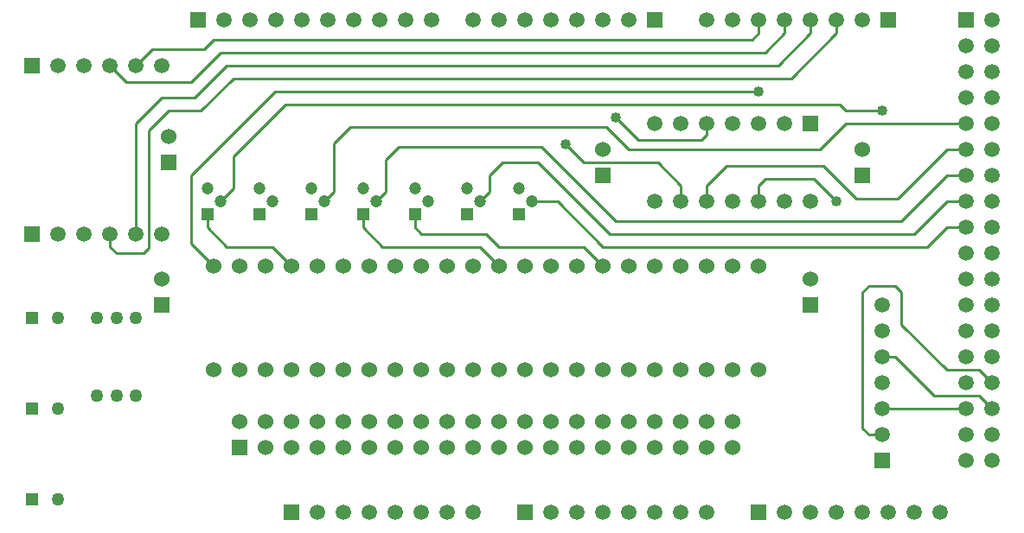
<source format=gbl>
G04 DipTrace 4.3.0.2*
G04 4 - Bottom.gbr*
%MOIN*%
G04 #@! TF.FileFunction,Copper,L4,Bot*
G04 #@! TF.Part,Single*
G04 #@! TA.AperFunction,Conductor*
%ADD10C,0.01*%
G04 #@! TA.AperFunction,ComponentPad*
%ADD17C,0.06*%
%ADD18R,0.06X0.06*%
%ADD19C,0.05*%
%ADD20R,0.05X0.05*%
%ADD21R,0.059055X0.059055*%
%ADD23C,0.059055*%
%ADD24R,0.047244X0.047244*%
%ADD26C,0.047244*%
%ADD27C,0.06*%
%ADD28C,0.05*%
G04 #@! TA.AperFunction,ViaPad*
%ADD29C,0.04*%
%FSLAX26Y26*%
G04*
G70*
G90*
G75*
G01*
G04 Bottom*
%LPD*%
X3700000Y1600000D2*
D10*
X3237500D1*
X3137500Y1500000D1*
X2400000D1*
X2312500Y1587500D1*
X1325000D1*
X1262500Y1525000D1*
Y1337500D1*
X1225000Y1300000D1*
X3375000Y1650000D2*
X3237500D1*
X3212500Y1675000D1*
X1075000D1*
X875000Y1475000D1*
Y1350000D1*
X825000Y1300000D1*
X3700000Y1500000D2*
X3625000D1*
X3437500Y1312500D1*
X3275000D1*
X3150000Y1437500D1*
X2775000D1*
X2700000Y1362500D1*
Y1300000D1*
X3700000Y1400000D2*
X3625000D1*
X3450000Y1225000D1*
X2350000D1*
X2062500Y1512500D1*
X1512500D1*
X1462500Y1462500D1*
Y1337500D1*
X1425000Y1300000D1*
X3700000D2*
X3625000D1*
X3500000Y1175000D1*
X2325000D1*
X2050000Y1450000D1*
X1912500D1*
X1862500Y1400000D1*
Y1337500D1*
X1825000Y1300000D1*
X3700000Y1200000D2*
X3625000D1*
X3550000Y1125000D1*
X2300000D1*
X2125000Y1300000D1*
X2025000D1*
X3200000D2*
X3112500Y1387500D1*
X2925000D1*
X2900000Y1362500D1*
Y1300000D1*
X3375000Y400000D2*
X3325000D1*
X3300000Y425000D1*
Y950000D1*
X3325000Y975000D1*
X3425000D1*
X3450000Y950000D1*
Y825000D1*
X3625000Y650000D1*
X3750000D1*
X3800000Y600000D1*
X3375000Y500000D2*
X3700000D1*
X3375000Y700000D2*
X3425000D1*
X3575000Y550000D1*
X3750000D1*
X3800000Y500000D1*
X400000Y1175000D2*
Y1125000D1*
X425000Y1100000D1*
X528787D1*
X550000Y1121213D1*
Y1575000D1*
X625000Y1650000D1*
X750000D1*
X875000Y1775000D1*
X3025000D1*
X3200000Y1950000D1*
Y2000000D1*
X400000Y1825000D2*
X462500Y1762500D1*
X712500D1*
X825000Y1875000D1*
X2925000D1*
X3000000Y1950000D1*
Y2000000D1*
X1900000Y1050000D2*
X1825000Y1125000D1*
X1450000D1*
X1375000Y1200000D1*
Y1250000D1*
X2600000Y1300000D2*
Y1362500D1*
X2512500Y1450000D1*
X2225000D1*
X2155083Y1519917D1*
X775000Y1250000D2*
Y1200000D1*
X850000Y1125000D1*
X1025000D1*
X1100000Y1050000D1*
X2350000Y1625000D2*
X2437500Y1537500D1*
X2678787D1*
X2700000Y1558713D1*
Y1600000D1*
X800000Y1050000D2*
X712500Y1137500D1*
Y1400000D1*
X1037500Y1725000D1*
X2900000D1*
X1575000Y1250000D2*
Y1200000D1*
X1600000Y1175000D1*
X1850000D1*
X1900000Y1125000D1*
X2225000D1*
X2300000Y1050000D1*
X500000Y1175000D2*
Y1600000D1*
X600000Y1700000D1*
X725000D1*
X850000Y1825000D1*
X2975000D1*
X3100000Y1950000D1*
Y2000000D1*
X500000Y1825000D2*
X562500Y1887500D1*
X762500D1*
X800000Y1925000D1*
X2875000D1*
X2900000Y1950000D1*
Y2000000D1*
D29*
X3375000Y1650000D3*
X3200000Y1300000D3*
X2155083Y1519917D3*
X2350000Y1625000D3*
X2900000Y1725000D3*
D17*
X3300000Y1500000D3*
D18*
Y1400000D3*
D17*
X2300000Y1500000D3*
D18*
Y1400000D3*
D17*
X625000Y1550000D3*
D18*
Y1450000D3*
X600000Y900000D3*
D17*
Y1000000D3*
D18*
X3100000Y900000D3*
D17*
Y1000000D3*
D19*
X200000Y150000D3*
D20*
X100000D3*
D19*
X200000Y500000D3*
D20*
X100000D3*
D19*
X200000Y850000D3*
D20*
X100000D3*
D17*
X2800000Y350000D3*
X2700000D3*
X2600000D3*
X2500000D3*
X2400000D3*
X2300000D3*
X2200000D3*
X2100000D3*
X2000000D3*
X1900000D3*
X1800000D3*
X1700000D3*
X1600000D3*
X1500000D3*
X1400000D3*
X1300000D3*
X1200000D3*
X1100000D3*
X1000000D3*
D18*
X900000D3*
D17*
Y450000D3*
X1000000D3*
X1100000D3*
X1200000D3*
X1300000D3*
X1400000D3*
X1500000D3*
X1600000D3*
X1700000D3*
X1800000D3*
X1900000D3*
X2000000D3*
X2100000D3*
X2200000D3*
X2300000D3*
X2400000D3*
X2500000D3*
X2600000D3*
X2700000D3*
X2800000D3*
D21*
X2000000Y100000D3*
D23*
X2100000D3*
X2200000D3*
X2300000D3*
X2400000D3*
X2500000D3*
X2600000D3*
X2700000D3*
D21*
X1100000D3*
D23*
X1200000D3*
X1300000D3*
X1400000D3*
X1500000D3*
X1600000D3*
X1700000D3*
X1800000D3*
D21*
X2500000Y2000000D3*
D23*
X2400000D3*
X2300000D3*
X2200000D3*
X2100000D3*
X2000000D3*
X1900000D3*
X1800000D3*
D21*
X740000D3*
D23*
X840000D3*
X940000D3*
X1040000D3*
X1140000D3*
X1240000D3*
X1340000D3*
X1440000D3*
X1540000D3*
X1640000D3*
D21*
X2900000Y100000D3*
D23*
X3000000D3*
X3100000D3*
X3200000D3*
X3300000D3*
X3400000D3*
X3500000D3*
X3600000D3*
D21*
X3400000Y2000000D3*
D23*
X3300000D3*
X3200000D3*
X3100000D3*
X3000000D3*
X2900000D3*
X2800000D3*
X2700000D3*
D21*
X3700000D3*
D23*
X3800000D3*
X3700000Y1900000D3*
X3800000D3*
X3700000Y1800000D3*
X3800000D3*
X3700000Y1700000D3*
X3800000D3*
X3700000Y1600000D3*
X3800000D3*
X3700000Y1500000D3*
X3800000D3*
X3700000Y1400000D3*
X3800000D3*
X3700000Y1300000D3*
X3800000D3*
X3700000Y1200000D3*
X3800000D3*
X3700000Y1100000D3*
X3800000D3*
X3700000Y1000000D3*
X3800000D3*
X3700000Y900000D3*
X3800000D3*
X3700000Y800000D3*
X3800000D3*
X3700000Y700000D3*
X3800000D3*
X3700000Y600000D3*
X3800000D3*
X3700000Y500000D3*
X3800000D3*
X3700000Y400000D3*
X3800000D3*
X3700000Y300000D3*
X3800000D3*
D21*
X100000Y1175000D3*
D23*
X200000D3*
X300000D3*
X400000D3*
X500000D3*
X600000D3*
D21*
X100000Y1825000D3*
D23*
X200000D3*
X300000D3*
X400000D3*
X500000D3*
X600000D3*
D21*
X3375000Y300000D3*
D23*
Y400000D3*
Y500000D3*
Y600000D3*
Y700000D3*
Y800000D3*
Y900000D3*
D24*
X1775000Y1250000D3*
D26*
X1825000Y1300000D3*
X1775000Y1350000D3*
D24*
X1975000Y1250000D3*
D26*
X2025000Y1300000D3*
X1975000Y1350000D3*
D24*
X1575000Y1250000D3*
D26*
X1625000Y1300000D3*
X1575000Y1350000D3*
D24*
X1175000Y1250000D3*
D26*
X1225000Y1300000D3*
X1175000Y1350000D3*
D24*
X1375000Y1250000D3*
D26*
X1425000Y1300000D3*
X1375000Y1350000D3*
D24*
X975000Y1250000D3*
D26*
X1025000Y1300000D3*
X975000Y1350000D3*
D24*
X775000Y1250000D3*
D26*
X825000Y1300000D3*
X775000Y1350000D3*
D17*
X2900000Y1050000D3*
D27*
Y650000D3*
D17*
X2800000Y1050000D3*
D27*
Y650000D3*
D17*
X2600000Y1050000D3*
D27*
Y650000D3*
D17*
X2700000Y1050000D3*
D27*
Y650000D3*
D17*
X2500000Y1050000D3*
D27*
Y650000D3*
D17*
X2400000Y1050000D3*
D27*
Y650000D3*
D17*
X2200000Y1050000D3*
D27*
Y650000D3*
D17*
X2300000Y1050000D3*
D27*
Y650000D3*
D17*
X2100000Y1050000D3*
D27*
Y650000D3*
D17*
X1800000Y1050000D3*
D27*
Y650000D3*
D17*
X1900000Y1050000D3*
D27*
Y650000D3*
D17*
X1700000Y1050000D3*
D27*
Y650000D3*
D17*
X1600000Y1050000D3*
D27*
Y650000D3*
D17*
X1400000Y1050000D3*
D27*
Y650000D3*
D17*
X1500000Y1050000D3*
D27*
Y650000D3*
D17*
X1300000Y1050000D3*
D27*
Y650000D3*
D17*
X1200000Y1050000D3*
D27*
Y650000D3*
D17*
X1000000Y1050000D3*
D27*
Y650000D3*
D17*
X1100000Y1050000D3*
D27*
Y650000D3*
D17*
X900000Y1050000D3*
D27*
Y650000D3*
D17*
X800000Y1050000D3*
D27*
Y650000D3*
D17*
X2000000Y1050000D3*
D27*
Y650000D3*
D19*
X500000Y850000D3*
D28*
Y550000D3*
D19*
X425000Y850000D3*
D28*
Y550000D3*
D19*
X350000Y850000D3*
D28*
Y550000D3*
D21*
X3100000Y1600000D3*
D23*
X3000000D3*
X2900000D3*
X2800000D3*
X2700000D3*
X2600000D3*
X2500000D3*
Y1300000D3*
X2600000D3*
X2700000D3*
X2800000D3*
X2900000D3*
X3000000D3*
X3100000D3*
M02*

</source>
